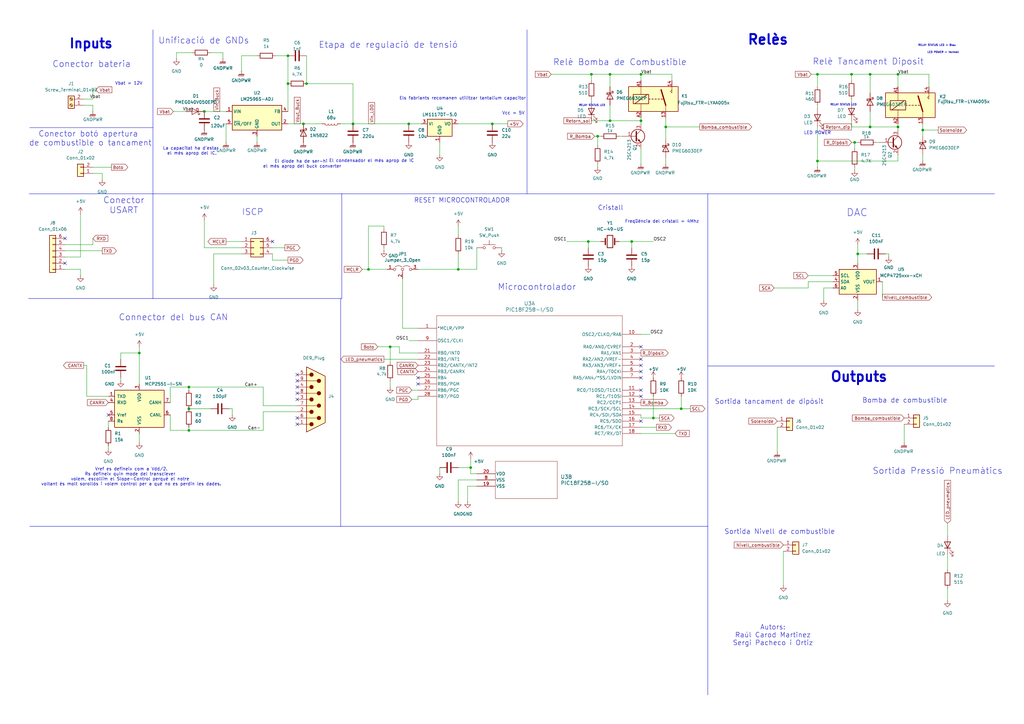
<source format=kicad_sch>
(kicad_sch (version 20231120) (generator "eeschema") (generator_version "8.0")
  (paper "A3")
  (lib_symbols
    (symbol "Analog_DAC:MCP4725xxx-xCH"
      (property "Reference" "U" (at -6.35 6.35 0))
      (property "Value" "MCP4725xxx-xCH" (at 8.89 6.35 0))
      (symbol "MCP4725xxx-xCH_1_1"
        (pin output line (at 10.16 0 180) (length 2.54) (name "VOUT") (number "1"))
        (pin power_in line (at 0 -7.62 90) (length 2.54) (name "VSS") (number "2"))
        (pin power_in line (at 0 7.62 270) (length 2.54) (name "VDD") (number "3"))
        (pin bidirectional line (at -10.16 0 0) (length 2.54) (name "SDA") (number "4"))
        (pin input line (at -10.16 2.54 0) (length 2.54) (name "SCL") (number "5"))
        (pin input line (at -10.16 -2.54 0) (length 2.54) (name "A0") (number "6"))
      )
    )
    (symbol "Connector:DE9_Plug" (pin_names (offset 1.016) hide)
      (property "Reference" "J" (at 0 13.97 0))
      (property "Value" "DE9_Plug" (at 0 -14.605 0))
      (symbol "DE9_Plug_1_1"
        (pin passive line (at -7.62 -10.16 0) (length 3.81) (name "1") (number "1"))
        (pin passive line (at -7.62 -5.08 0) (length 3.81) (name "2") (number "2"))
        (pin passive line (at -7.62 0 0) (length 3.81) (name "3") (number "3"))
        (pin passive line (at -7.62 5.08 0) (length 3.81) (name "4") (number "4"))
        (pin passive line (at -7.62 10.16 0) (length 3.81) (name "5") (number "5"))
        (pin passive line (at -7.62 -7.62 0) (length 3.81) (name "6") (number "6"))
        (pin passive line (at -7.62 -2.54 0) (length 3.81) (name "7") (number "7"))
        (pin passive line (at -7.62 2.54 0) (length 3.81) (name "8") (number "8"))
        (pin passive line (at -7.62 7.62 0) (length 3.81) (name "9") (number "9"))
      )
    )
    (symbol "Connector:Screw_Terminal_01x02" (pin_names (offset 1.016) hide)
      (property "Reference" "J" (at 0 2.54 0))
      (property "Value" "Screw_Terminal_01x02" (at 0 -5.08 0))
      (symbol "Screw_Terminal_01x02_1_1"
        (pin passive line (at -5.08 0 0) (length 3.81) (name "Pin_1") (number "1"))
        (pin passive line (at -5.08 -2.54 0) (length 3.81) (name "Pin_2") (number "2"))
      )
    )
    (symbol "Connector_Generic:Conn_01x02" (pin_names (offset 1.016) hide)
      (property "Reference" "J" (at 0 2.54 0))
      (property "Value" "Conn_01x02" (at 0 -5.08 0))
      (symbol "Conn_01x02_1_1"
        (pin passive line (at -5.08 0 0) (length 3.81) (name "Pin_1") (number "1"))
        (pin passive line (at -5.08 -2.54 0) (length 3.81) (name "Pin_2") (number "2"))
      )
    )
    (symbol "Connector_Generic:Conn_01x06" (pin_names (offset 1.016) hide)
      (property "Reference" "J" (at 0 7.62 0))
      (property "Value" "Conn_01x06" (at 0 -10.16 0))
      (symbol "Conn_01x06_1_1"
        (pin passive line (at -5.08 5.08 0) (length 3.81) (name "Pin_1") (number "1"))
        (pin passive line (at -5.08 2.54 0) (length 3.81) (name "Pin_2") (number "2"))
        (pin passive line (at -5.08 0 0) (length 3.81) (name "Pin_3") (number "3"))
        (pin passive line (at -5.08 -2.54 0) (length 3.81) (name "Pin_4") (number "4"))
        (pin passive line (at -5.08 -5.08 0) (length 3.81) (name "Pin_5") (number "5"))
        (pin passive line (at -5.08 -7.62 0) (length 3.81) (name "Pin_6") (number "6"))
      )
    )
    (symbol "Connector_Generic:Conn_02x03_Counter_Clockwise" (pin_names (offset 1.016) hide)
      (property "Reference" "J" (at 1.27 5.08 0))
      (property "Value" "Conn_02x03_Counter_Clockwise" (at 1.27 -5.08 0))
      (symbol "Conn_02x03_Counter_Clockwise_1_1"
        (pin passive line (at -5.08 2.54 0) (length 3.81) (name "Pin_1") (number "1"))
        (pin passive line (at -5.08 0 0) (length 3.81) (name "Pin_2") (number "2"))
        (pin passive line (at -5.08 -2.54 0) (length 3.81) (name "Pin_3") (number "3"))
        (pin passive line (at 7.62 -2.54 180) (length 3.81) (name "Pin_4") (number "4"))
        (pin passive line (at 7.62 0 180) (length 3.81) (name "Pin_5") (number "5"))
        (pin passive line (at 7.62 2.54 180) (length 3.81) (name "Pin_6") (number "6"))
      )
    )
    (symbol "Device:C" (pin_numbers hide) (pin_names (offset 0.254))
      (property "Reference" "C" (at 0.635 2.54 0))
      (property "Value" "C" (at 0.635 -2.54 0))
      (symbol "C_1_1"
        (pin passive line (at 0 3.81 270) (length 2.794) (name "~") (number "1"))
        (pin passive line (at 0 -3.81 90) (length 2.794) (name "~") (number "2"))
      )
    )
    (symbol "Device:Crystal" (pin_numbers hide) (pin_names (offset 1.016) hide)
      (property "Reference" "Y" (at 0 3.81 0))
      (property "Value" "Crystal" (at 0 -3.81 0))
      (symbol "Crystal_1_1"
        (pin passive line (at -3.81 0 0) (length 1.27) (name "1") (number "1"))
        (pin passive line (at 3.81 0 180) (length 1.27) (name "2") (number "2"))
      )
    )
    (symbol "Device:L" (pin_numbers hide) (pin_names (offset 1.016) hide)
      (property "Reference" "L" (at -1.27 0 90))
      (property "Value" "L" (at 1.905 0 90))
      (symbol "L_1_1"
        (pin passive line (at 0 3.81 270) (length 1.27) (name "1") (number "1"))
        (pin passive line (at 0 -3.81 90) (length 1.27) (name "2") (number "2"))
      )
    )
    (symbol "Device:LED" (pin_numbers hide) (pin_names (offset 1.016) hide)
      (property "Reference" "D" (at 0 2.54 0))
      (property "Value" "LED" (at 0 -2.54 0))
      (symbol "LED_1_1"
        (pin passive line (at -3.81 0 0) (length 2.54) (name "K") (number "1"))
        (pin passive line (at 3.81 0 180) (length 2.54) (name "A") (number "2"))
      )
    )
    (symbol "Device:R" (pin_numbers hide) (pin_names (offset 0))
      (property "Reference" "R" (at 2.032 0 90))
      (property "Value" "R" (at 0 0 90))
      (symbol "R_1_1"
        (pin passive line (at 0 3.81 270) (length 1.27) (name "~") (number "1"))
        (pin passive line (at 0 -3.81 90) (length 1.27) (name "~") (number "2"))
      )
    )
    (symbol "Diode:1N5822" (pin_numbers hide) (pin_names (offset 1.016) hide)
      (property "Reference" "D" (at 0 2.54 0))
      (property "Value" "1N5822" (at 0 -2.54 0))
      (symbol "1N5822_1_1"
        (pin passive line (at -3.81 0 0) (length 2.54) (name "K") (number "1"))
        (pin passive line (at 3.81 0 180) (length 2.54) (name "A") (number "2"))
      )
    )
    (symbol "Diode:PMEG040V050EPD" (pin_numbers hide) (pin_names hide)
      (property "Reference" "D" (at 0 2.54 0))
      (property "Value" "PMEG040V050EPD" (at 0 -2.54 0))
      (symbol "PMEG040V050EPD_1_1"
        (pin passive line (at 3.81 0 180) (length 2.54) (name "A") (number "1"))
        (pin passive line (at 3.81 0 180) (length 2.54) hide (name "A") (number "2"))
        (pin passive line (at -3.81 0 0) (length 2.54) (name "K") (number "3"))
      )
    )
    (symbol "Diode:PMEG6030EP" (pin_numbers hide) (pin_names hide)
      (property "Reference" "D" (at 0 2.54 0))
      (property "Value" "PMEG6030EP" (at 0 -2.54 0))
      (symbol "PMEG6030EP_1_1"
        (pin passive line (at -3.81 0 0) (length 2.54) (name "K") (number "1"))
        (pin passive line (at 3.81 0 180) (length 2.54) (name "A") (number "2"))
      )
    )
    (symbol "Interface_CAN_LIN:MCP2551-I-SN" (pin_names (offset 1.016))
      (property "Reference" "U" (at -10.16 8.89 0))
      (property "Value" "MCP2551-I-SN" (at 2.54 8.89 0))
      (symbol "MCP2551-I-SN_1_1"
        (pin input line (at -12.7 5.08 0) (length 2.54) (name "TXD") (number "1"))
        (pin power_in line (at 0 -10.16 90) (length 2.54) (name "VSS") (number "2"))
        (pin power_in line (at 0 10.16 270) (length 2.54) (name "VDD") (number "3"))
        (pin output line (at -12.7 2.54 0) (length 2.54) (name "RXD") (number "4"))
        (pin power_out line (at -12.7 -2.54 0) (length 2.54) (name "Vref") (number "5"))
        (pin bidirectional line (at 12.7 -2.54 180) (length 2.54) (name "CANL") (number "6"))
        (pin bidirectional line (at 12.7 2.54 180) (length 2.54) (name "CANH") (number "7"))
        (pin input line (at -12.7 -5.08 0) (length 2.54) (name "Rs") (number "8"))
      )
    )
    (symbol "Jumper:Jumper_3_Open" (pin_names (offset 0) hide) (exclude_from_sim yes) (in_bom no)
      (property "Reference" "JP" (at -2.54 -2.54 0))
      (property "Value" "Jumper_3_Open" (at 0 2.794 0))
      (symbol "Jumper_3_Open_1_1"
        (pin passive line (at -6.35 0 0) (length 2.54) (name "A") (number "1"))
        (pin passive line (at 0 -3.81 90) (length 2.54) (name "C") (number "2"))
        (pin passive line (at 6.35 0 180) (length 2.54) (name "B") (number "3"))
      )
    )
    (symbol "PIC18F258-I/SO:PIC18F258-I_SO" (pin_names (offset 0.254))
      (property "Reference" "U" (at 45.72 10.16 0))
      (property "Value" "PIC18F258-I/SO" (at 45.72 7.62 0))
      (symbol "PIC18F258-I_SO_1_1"
        (pin input line (at 0 0 0) (length 7.62) (name "*MCLR/VPP") (number "1"))
        (pin bidirectional line (at 91.44 -2.54 180) (length 7.62) (name "OSC2/CLKO/RA6") (number "10"))
        (pin bidirectional line (at 91.44 -25.4 180) (length 7.62) (name "RC0/T1OSO/T1CK1") (number "11"))
        (pin bidirectional line (at 91.44 -27.94 180) (length 7.62) (name "RC1/T1OSI") (number "12"))
        (pin bidirectional line (at 91.44 -30.48 180) (length 7.62) (name "RC2/CCP1") (number "13"))
        (pin bidirectional line (at 91.44 -33.02 180) (length 7.62) (name "RC3/SCK/SCL") (number "14"))
        (pin bidirectional line (at 91.44 -35.56 180) (length 7.62) (name "RC4/SDI/SDA") (number "15"))
        (pin bidirectional line (at 91.44 -38.1 180) (length 7.62) (name "RC5/SDO") (number "16"))
        (pin bidirectional line (at 91.44 -40.64 180) (length 7.62) (name "RC6/TX/CK") (number "17"))
        (pin bidirectional line (at 91.44 -43.18 180) (length 7.62) (name "RC7/RX/DT") (number "18"))
        (pin bidirectional line (at 91.44 -7.62 180) (length 7.62) (name "RA0/AN0/CVREF") (number "2"))
        (pin bidirectional line (at 0 -10.16 0) (length 7.62) (name "RB0/INT0") (number "21"))
        (pin bidirectional line (at 0 -12.7 0) (length 7.62) (name "RB1/INT1") (number "22"))
        (pin bidirectional line (at 0 -15.24 0) (length 7.62) (name "RB2/CANTX/INT2") (number "23"))
        (pin bidirectional line (at 0 -17.78 0) (length 7.62) (name "RB3/CANRX") (number "24"))
        (pin bidirectional line (at 0 -20.32 0) (length 7.62) (name "RB4") (number "25"))
        (pin bidirectional line (at 0 -22.86 0) (length 7.62) (name "RB5/PGM") (number "26"))
        (pin bidirectional line (at 0 -25.4 0) (length 7.62) (name "RB6/PGC") (number "27"))
        (pin bidirectional line (at 0 -27.94 0) (length 7.62) (name "RB7/PGD") (number "28"))
        (pin bidirectional line (at 91.44 -10.16 180) (length 7.62) (name "RA1/AN1") (number "3"))
        (pin bidirectional line (at 91.44 -12.7 180) (length 7.62) (name "RA2/AN2/VREF-") (number "4"))
        (pin bidirectional line (at 91.44 -15.24 180) (length 7.62) (name "RA3/AN3/VREF+") (number "5"))
        (pin bidirectional line (at 91.44 -17.78 180) (length 7.62) (name "RA4/T0CKI") (number "6"))
        (pin bidirectional line (at 91.44 -20.32 180) (length 7.62) (name "RA5/AN4/*SS/LVDIN") (number "7"))
        (pin input line (at 0 -5.08 0) (length 7.62) (name "OSC1/CLKI") (number "9"))
      )
      (symbol "PIC18F258-I_SO_2_1"
        (pin unspecified line (at 0 -5.08 0) (length 7.62) (name "VSS") (number "19"))
        (pin unspecified line (at 0 0 0) (length 7.62) (name "VDD") (number "20"))
        (pin unspecified line (at 0 -2.54 0) (length 7.62) (name "VSS") (number "8"))
      )
    )
    (symbol "Regulator_Linear:LM1117DT-5.0"
      (property "Reference" "U" (at -3.81 3.175 0))
      (property "Value" "LM1117DT-5.0" (at 0 3.175 0))
      (symbol "LM1117DT-5.0_1_1"
        (pin power_in line (at 0 -7.62 90) (length 2.54) (name "GND") (number "1"))
        (pin power_out line (at 7.62 0 180) (length 2.54) (name "VO") (number "2"))
        (pin power_in line (at -7.62 0 0) (length 2.54) (name "VI") (number "3"))
      )
    )
    (symbol "Regulator_Switching:LM2596S-ADJ"
      (property "Reference" "U" (at -10.16 6.35 0))
      (property "Value" "LM2596S-ADJ" (at 0 6.35 0))
      (symbol "LM2596S-ADJ_1_1"
        (pin power_in line (at -12.7 2.54 0) (length 2.54) (name "VIN") (number "1"))
        (pin output line (at 12.7 -2.54 180) (length 2.54) (name "OUT") (number "2"))
        (pin power_in line (at 0 -7.62 90) (length 2.54) (name "GND") (number "3"))
        (pin input line (at 12.7 2.54 180) (length 2.54) (name "FB") (number "4"))
        (pin input line (at -12.7 -2.54 0) (length 2.54) (name "~{ON}/OFF") (number "5"))
      )
    )
    (symbol "Relay:Fujitsu_FTR-LYAA005x"
      (property "Reference" "K" (at 11.43 3.81 0))
      (property "Value" "Fujitsu_FTR-LYAA005x" (at 11.43 1.27 0))
      (symbol "Fujitsu_FTR-LYAA005x_1_1"
        (pin passive line (at 5.08 -7.62 90) (length 2.54) (name "~") (number "13"))
        (pin passive line (at 7.62 7.62 270) (length 2.54) (name "~") (number "14"))
        (pin passive line (at -5.08 7.62 270) (length 2.54) (name "~") (number "A1"))
        (pin passive line (at -5.08 -7.62 90) (length 2.54) (name "~") (number "A2"))
      )
    )
    (symbol "Switch:SW_Push" (pin_numbers hide) (pin_names (offset 1.016) hide)
      (property "Reference" "SW" (at 1.27 2.54 0))
      (property "Value" "SW_Push" (at 0 -1.524 0))
      (symbol "SW_Push_0_1"
        (pin passive line (at -5.08 0 0) (length 2.54) (name "1") (number "1"))
        (pin passive line (at 5.08 0 180) (length 2.54) (name "2") (number "2"))
      )
    )
    (symbol "Transistor_BJT:2SC4213" (pin_names (offset 0) hide)
      (property "Reference" "Q" (at 5.08 1.905 0))
      (property "Value" "2SC4213" (at 5.08 0 0))
      (symbol "2SC4213_1_1"
        (pin input line (at -5.08 0 0) (length 5.715) (name "B") (number "1"))
        (pin passive line (at 2.54 -5.08 90) (length 2.54) (name "E") (number "2"))
        (pin passive line (at 2.54 5.08 270) (length 2.54) (name "C") (number "3"))
      )
    )
    (symbol "power:+5V" (power) (pin_numbers hide) (pin_names (offset 0) hide)
      (property "Value" "+5V" (at 0 3.556 0))
      (symbol "+5V_1_1"
        (pin power_in line (at 0 0 90) (length 0) (name "~") (number "1"))
      )
    )
    (symbol "power:GND" (power) (pin_numbers hide) (pin_names (offset 0) hide)
      (property "Value" "GND" (at 0 -3.81 0))
      (symbol "GND_1_1"
        (pin power_in line (at 0 0 270) (length 0) (name "~") (number "1"))
      )
    )
    (symbol "power:GNDPWR" (power) (pin_numbers hide) (pin_names (offset 0) hide)
      (property "Value" "GNDPWR" (at 0 -3.302 0))
      (symbol "GNDPWR_1_1"
        (pin power_in line (at 0 0 270) (length 0) (name "~") (number "1"))
      )
    )
    (symbol "power:VCC" (power) (pin_numbers hide) (pin_names (offset 0) hide)
      (property "Value" "VCC" (at 0 3.556 0))
      (symbol "VCC_1_1"
        (pin power_in line (at 0 0 90) (length 0) (name "~") (number "1"))
      )
    )
  )
  (junction (at 193.04 191.77))
  (junction (at 356.87 30.48))
  (junction (at 378.46 53.34))
  (junction (at 77.47 158.75))
  (junction (at 160.02 142.24))
  (junction (at 250.19 49.53))
  (junction (at 118.11 34.29))
  (junction (at 262.89 30.48))
  (junction (at 83.82 45.72))
  (junction (at 77.47 167.64))
  (junction (at 201.93 50.8))
  (junction (at 267.97 171.45))
  (junction (at 262.89 49.53))
  (junction (at 187.96 110.49))
  (junction (at 118.11 22.86))
  (junction (at 167.64 50.8))
  (junction (at 57.15 144.78))
  (junction (at 151.13 110.49))
  (junction (at 144.78 50.8))
  (junction (at 350.52 58.42))
  (junction (at 335.28 30.48))
  (junction (at 335.28 66.04))
  (junction (at 124.46 50.8))
  (junction (at 351.79 104.14))
  (junction (at 273.05 52.07))
  (junction (at 242.57 30.48))
  (junction (at 356.87 52.07))
  (junction (at 250.19 30.48))
  (junction (at 368.3 30.48))
  (junction (at 125.73 34.29))
  (junction (at 368.3 52.07))
  (junction (at 241.3 99.06))
  (junction (at 349.25 30.48))
  (junction (at 77.47 176.53))
  (junction (at 245.11 55.88))
  (junction (at 279.4 167.64))
  (junction (at 259.08 99.06))
  (no_connect (at 262.89 172.72))
  (no_connect (at 26.67 97.79))
  (no_connect (at 262.89 162.56))
  (no_connect (at 121.92 153.67))
  (no_connect (at 262.89 149.86))
  (no_connect (at 121.92 171.45))
  (no_connect (at 121.92 158.75))
  (no_connect (at 121.92 161.29))
  (no_connect (at 171.45 157.48))
  (no_connect (at 171.45 154.94))
  (no_connect (at 26.67 107.95))
  (no_connect (at 121.92 163.83))
  (no_connect (at 121.92 156.21))
  (no_connect (at 262.89 152.4))
  (no_connect (at 262.89 154.94))
  (no_connect (at 262.89 142.24))
  (no_connect (at 121.92 173.99))
  (no_connect (at 262.89 147.32))
  (no_connect (at 111.76 99.06))
  (no_connect (at 262.89 160.02))
  (no_connect (at 44.45 170.18))
  (wire (pts (xy 77.47 175.26) (xy 77.47 176.53)))
  (wire (pts (xy 144.78 50.8) (xy 167.64 50.8)))
  (wire (pts (xy 83.82 90.17) (xy 83.82 101.6)))
  (wire (pts (xy 318.77 175.26) (xy 318.77 185.42)))
  (wire (pts (xy 151.13 92.71) (xy 151.13 110.49)))
  (wire (pts (xy 349.25 58.42) (xy 350.52 58.42)))
  (wire (pts (xy 105.41 55.88) (xy 105.41 58.42)))
  (wire (pts (xy 160.02 142.24) (xy 163.83 142.24)))
  (wire (pts (xy 275.59 33.02) (xy 275.59 30.48)))
  (wire (pts (xy 349.25 33.02) (xy 349.25 30.48)))
  (wire (pts (xy 205.74 101.6) (xy 205.74 102.87)))
  (wire (pts (xy 335.28 30.48) (xy 335.28 35.56)))
  (wire (pts (xy 332.74 30.48) (xy 335.28 30.48)))
  (wire (pts (xy 38.1 68.58) (xy 45.72 68.58)))
  (wire (pts (xy 370.84 173.99) (xy 370.84 181.61)))
  (wire (pts (xy 107.95 166.37) (xy 121.92 166.37)))
  (wire (pts (xy 99.06 22.86) (xy 105.41 22.86)))
  (wire (pts (xy 154.94 142.24) (xy 160.02 142.24)))
  (wire (pts (xy 262.89 49.53) (xy 262.89 50.8)))
  (wire (pts (xy 187.96 196.85) (xy 187.96 205.74)))
  (wire (pts (xy 69.85 176.53) (xy 69.85 170.18)))
  (wire (pts (xy 250.19 43.18) (xy 250.19 49.53)))
  (wire (pts (xy 363.22 104.14) (xy 364.49 104.14)))
  (wire (pts (xy 87.63 104.14) (xy 87.63 116.84)))
  (wire (pts (xy 368.3 50.8) (xy 368.3 52.07)))
  (wire (pts (xy 113.03 22.86) (xy 118.11 22.86)))
  (wire (pts (xy 201.93 50.8) (xy 208.28 50.8)))
  (wire (pts (xy 193.04 187.96) (xy 193.04 191.77)))
  (wire (pts (xy 118.11 34.29) (xy 118.11 45.72)))
  (wire (pts (xy 107.95 168.91) (xy 107.95 176.53)))
  (wire (pts (xy 111.76 101.6) (xy 116.84 101.6)))
  (wire (pts (xy 57.15 144.78) (xy 57.15 157.48)))
  (wire (pts (xy 242.57 40.64) (xy 242.57 41.91)))
  (wire (pts (xy 193.04 191.77) (xy 193.04 194.31)))
  (wire (pts (xy 148.59 110.49) (xy 151.13 110.49)))
  (wire (pts (xy 279.4 167.64) (xy 283.21 167.64)))
  (wire (pts (xy 83.82 45.72) (xy 92.71 45.72)))
  (wire (pts (xy 92.71 50.8) (xy 92.71 58.42)))
  (wire (pts (xy 350.52 58.42) (xy 351.79 58.42)))
  (wire (pts (xy 273.05 52.07) (xy 287.02 52.07)))
  (wire (pts (xy 245.11 55.88) (xy 246.38 55.88)))
  (wire (pts (xy 171.45 162.56) (xy 171.45 163.83)))
  (wire (pts (xy 266.7 137.16) (xy 262.89 137.16)))
  (wire (pts (xy 250.19 49.53) (xy 262.89 49.53)))
  (wire (pts (xy 254 55.88) (xy 255.27 55.88)))
  (wire (pts (xy 107.95 168.91) (xy 121.92 168.91)))
  (wire (pts (xy 250.19 30.48) (xy 250.19 35.56)))
  (polyline (pts (xy 63.754 79.502) (xy 216.154 79.502)))
  (wire (pts (xy 262.89 60.96) (xy 262.89 67.31)))
  (wire (pts (xy 33.02 87.63) (xy 33.02 105.41)))
  (wire (pts (xy 242.57 49.53) (xy 250.19 49.53)))
  (wire (pts (xy 38.1 71.12) (xy 41.91 71.12)))
  (wire (pts (xy 99.06 104.14) (xy 87.63 104.14)))
  (wire (pts (xy 38.1 36.83) (xy 38.1 40.64)))
  (wire (pts (xy 160.02 142.24) (xy 160.02 148.59)))
  (wire (pts (xy 38.1 45.72) (xy 38.1 43.18)))
  (wire (pts (xy 356.87 30.48) (xy 368.3 30.48)))
  (wire (pts (xy 163.83 144.78) (xy 163.83 142.24)))
  (wire (pts (xy 349.25 49.53) (xy 349.25 52.07)))
  (wire (pts (xy 144.78 34.29) (xy 144.78 50.8)))
  (wire (pts (xy 349.25 40.64) (xy 349.25 41.91)))
  (polyline (pts (xy 290.322 79.502) (xy 407.924 79.502)))
  (wire (pts (xy 262.89 171.45) (xy 267.97 171.45)))
  (wire (pts (xy 35.56 149.86) (xy 35.56 162.56)))
  (wire (pts (xy 118.11 50.8) (xy 124.46 50.8)))
  (wire (pts (xy 273.05 67.31) (xy 273.05 64.77)))
  (wire (pts (xy 361.95 115.57) (xy 361.95 121.92)))
  (wire (pts (xy 26.67 105.41) (xy 33.02 105.41)))
  (wire (pts (xy 71.12 45.72) (xy 76.2 45.72)))
  (wire (pts (xy 259.08 99.06) (xy 259.08 101.6)))
  (wire (pts (xy 171.45 144.78) (xy 163.83 144.78)))
  (wire (pts (xy 335.28 30.48) (xy 349.25 30.48)))
  (wire (pts (xy 39.37 36.83) (xy 38.1 36.83)))
  (wire (pts (xy 368.3 66.04) (xy 368.3 63.5)))
  (wire (pts (xy 356.87 38.1) (xy 356.87 30.48)))
  (wire (pts (xy 160.02 156.21) (xy 160.02 158.75)))
  (wire (pts (xy 359.41 58.42) (xy 360.68 58.42)))
  (wire (pts (xy 72.39 21.59) (xy 72.39 24.13)))
  (wire (pts (xy 95.25 167.64) (xy 93.98 167.64)))
  (wire (pts (xy 57.15 142.24) (xy 57.15 144.78)))
  (wire (pts (xy 356.87 45.72) (xy 356.87 52.07)))
  (polyline (pts (xy 290.322 79.502) (xy 290.322 215.9)))
  (wire (pts (xy 269.24 175.26) (xy 262.89 175.26)))
  (wire (pts (xy 165.1 114.3) (xy 165.1 134.62)))
  (wire (pts (xy 107.95 166.37) (xy 107.95 158.75)))
  (polyline (pts (xy 62.738 52.324) (xy 12.192 52.324)))
  (wire (pts (xy 350.52 68.58) (xy 350.52 69.85)))
  (wire (pts (xy 381 30.48) (xy 368.3 30.48)))
  (wire (pts (xy 44.45 182.88) (xy 44.45 184.15)))
  (wire (pts (xy 351.79 104.14) (xy 351.79 107.95)))
  (wire (pts (xy 69.85 158.75) (xy 77.47 158.75)))
  (polyline (pts (xy 140.208 122.428) (xy 140.208 79.502)))
  (wire (pts (xy 151.13 110.49) (xy 158.75 110.49)))
  (wire (pts (xy 262.89 33.02) (xy 262.89 30.48)))
  (wire (pts (xy 388.62 227.33) (xy 388.62 233.68)))
  (wire (pts (xy 180.34 58.42) (xy 180.34 63.5)))
  (wire (pts (xy 111.76 104.14) (xy 111.76 106.68)))
  (polyline (pts (xy 290.322 150.114) (xy 407.924 150.114)))
  (wire (pts (xy 187.96 104.14) (xy 187.96 110.49)))
  (wire (pts (xy 187.96 92.71) (xy 187.96 96.52)))
  (wire (pts (xy 368.3 52.07) (xy 368.3 53.34)))
  (wire (pts (xy 317.5 118.11) (xy 331.47 118.11)))
  (wire (pts (xy 187.96 50.8) (xy 201.93 50.8)))
  (wire (pts (xy 195.58 199.39) (xy 191.77 199.39)))
  (wire (pts (xy 26.67 100.33) (xy 38.1 100.33)))
  (wire (pts (xy 69.85 176.53) (xy 77.47 176.53)))
  (polyline (pts (xy 62.738 122.428) (xy 140.208 122.428)))
  (polyline (pts (xy 139.7 122.428) (xy 139.7 215.9)))
  (polyline (pts (xy 12.192 215.9) (xy 139.7 215.9)))
  (wire (pts (xy 226.06 30.48) (xy 242.57 30.48)))
  (wire (pts (xy 381 35.56) (xy 381 30.48)))
  (wire (pts (xy 77.47 160.02) (xy 77.47 158.75)))
  (wire (pts (xy 262.89 170.18) (xy 262.89 171.45)))
  (wire (pts (xy 69.85 158.75) (xy 69.85 165.1)))
  (wire (pts (xy 125.73 22.86) (xy 125.73 34.29)))
  (wire (pts (xy 335.28 52.07) (xy 335.28 66.04)))
  (wire (pts (xy 279.4 162.56) (xy 279.4 167.64)))
  (wire (pts (xy 267.97 171.45) (xy 270.51 171.45)))
  (wire (pts (xy 335.28 43.18) (xy 335.28 44.45)))
  (wire (pts (xy 171.45 110.49) (xy 187.96 110.49)))
  (wire (pts (xy 331.47 118.11) (xy 331.47 115.57)))
  (polyline (pts (xy 62.738 12.192) (xy 62.738 122.428)))
  (wire (pts (xy 49.53 144.78) (xy 49.53 147.32)))
  (wire (pts (xy 78.74 21.59) (xy 72.39 21.59)))
  (wire (pts (xy 57.15 177.8) (xy 57.15 181.61)))
  (wire (pts (xy 41.91 71.12) (xy 41.91 73.66)))
  (wire (pts (xy 83.82 101.6) (xy 99.06 101.6)))
  (wire (pts (xy 250.19 30.48) (xy 262.89 30.48)))
  (wire (pts (xy 92.71 99.06) (xy 99.06 99.06)))
  (wire (pts (xy 195.58 196.85) (xy 187.96 196.85)))
  (wire (pts (xy 384.81 53.34) (xy 378.46 53.34)))
  (wire (pts (xy 232.41 99.06) (xy 241.3 99.06)))
  (polyline (pts (xy 290.322 215.9) (xy 139.7 215.9)))
  (wire (pts (xy 33.02 110.49) (xy 33.02 113.03)))
  (wire (pts (xy 364.49 104.14) (xy 364.49 105.41)))
  (wire (pts (xy 125.73 34.29) (xy 144.78 34.29)))
  (wire (pts (xy 77.47 176.53) (xy 107.95 176.53)))
  (wire (pts (xy 139.7 50.8) (xy 144.78 50.8)))
  (wire (pts (xy 91.44 21.59) (xy 91.44 24.13)))
  (wire (pts (xy 388.62 214.63) (xy 388.62 219.71)))
  (wire (pts (xy 77.47 167.64) (xy 86.36 167.64)))
  (wire (pts (xy 191.77 199.39) (xy 191.77 205.74)))
  (wire (pts (xy 242.57 30.48) (xy 250.19 30.48)))
  (wire (pts (xy 157.48 93.98) (xy 157.48 92.71)))
  (wire (pts (xy 168.91 160.02) (xy 171.45 160.02)))
  (polyline (pts (xy 11.938 79.502) (xy 63.754 79.502)))
  (wire (pts (xy 86.36 21.59) (xy 91.44 21.59)))
  (wire (pts (xy 118.11 22.86) (xy 118.11 34.29)))
  (wire (pts (xy 349.25 52.07) (xy 356.87 52.07)))
  (wire (pts (xy 378.46 53.34) (xy 378.46 55.88)))
  (wire (pts (xy 388.62 241.3) (xy 388.62 246.38)))
  (wire (pts (xy 262.89 177.8) (xy 276.86 177.8)))
  (wire (pts (xy 44.45 175.26) (xy 44.45 172.72)))
  (wire (pts (xy 195.58 101.6) (xy 195.58 110.49)))
  (polyline (pts (xy 140.208 79.502) (xy 139.954 79.502)))
  (wire (pts (xy 273.05 52.07) (xy 273.05 57.15)))
  (wire (pts (xy 165.1 134.62) (xy 171.45 134.62)))
  (wire (pts (xy 331.47 115.57) (xy 341.63 115.57)))
  (wire (pts (xy 351.79 100.33) (xy 351.79 104.14)))
  (wire (pts (xy 187.96 110.49) (xy 195.58 110.49)))
  (wire (pts (xy 245.11 67.31) (xy 245.11 68.58)))
  (wire (pts (xy 157.48 92.71) (xy 151.13 92.71)))
  (polyline (pts (xy 290.322 215.9) (xy 290.322 284.988)))
  (wire (pts (xy 378.46 63.5) (xy 378.46 66.04)))
  (polyline (pts (xy 216.154 79.502) (xy 290.322 79.502)))
  (wire (pts (xy 262.89 48.26) (xy 262.89 49.53)))
  (wire (pts (xy 321.31 226.06) (xy 321.31 240.03)))
  (wire (pts (xy 349.25 30.48) (xy 356.87 30.48)))
  (wire (pts (xy 38.1 97.79) (xy 38.1 100.33)))
  (wire (pts (xy 95.25 167.64) (xy 95.25 170.18)))
  (wire (pts (xy 195.58 194.31) (xy 193.04 194.31)))
  (wire (pts (xy 335.28 66.04) (xy 335.28 68.58)))
  (wire (pts (xy 243.84 55.88) (xy 245.11 55.88)))
  (wire (pts (xy 275.59 30.48) (xy 262.89 30.48)))
  (wire (pts (xy 378.46 50.8) (xy 378.46 53.34)))
  (wire (pts (xy 356.87 52.07) (xy 368.3 52.07)))
  (wire (pts (xy 111.76 106.68) (xy 118.11 106.68)))
  (wire (pts (xy 99.06 22.86) (xy 99.06 29.21)))
  (wire (pts (xy 351.79 127) (xy 351.79 123.19)))
  (wire (pts (xy 26.67 102.87) (xy 41.91 102.87)))
  (wire (pts (xy 335.28 66.04) (xy 368.3 66.04)))
  (polyline (pts (xy 11.684 122.428) (xy 62.738 122.428)))
  (wire (pts (xy 368.3 35.56) (xy 368.3 30.48)))
  (wire (pts (xy 351.79 104.14) (xy 355.6 104.14)))
  (wire (pts (xy 168.91 163.83) (xy 171.45 163.83)))
  (wire (pts (xy 337.82 118.11) (xy 337.82 123.19)))
  (wire (pts (xy 180.34 191.77) (xy 180.34 194.31)))
  (wire (pts (xy 157.48 147.32) (xy 171.45 147.32)))
  (wire (pts (xy 245.11 55.88) (xy 245.11 59.69)))
  (wire (pts (xy 35.56 162.56) (xy 44.45 162.56)))
  (wire (pts (xy 331.47 113.03) (xy 341.63 113.03)))
  (wire (pts (xy 77.47 158.75) (xy 107.95 158.75)))
  (wire (pts (xy 350.52 58.42) (xy 350.52 60.96)))
  (wire (pts (xy 38.1 43.18) (xy 34.29 43.18)))
  (wire (pts (xy 254 99.06) (xy 259.08 99.06)))
  (wire (pts (xy 157.48 101.6) (xy 157.48 102.87)))
  (wire (pts (xy 267.97 162.56) (xy 267.97 171.45)))
  (wire (pts (xy 49.53 144.78) (xy 57.15 144.78)))
  (wire (pts (xy 34.29 149.86) (xy 35.56 149.86)))
  (wire (pts (xy 124.46 50.8) (xy 132.08 50.8)))
  (wire (pts (xy 259.08 99.06) (xy 267.97 99.06)))
  (wire (pts (xy 262.89 167.64) (xy 279.4 167.64)))
  (wire (pts (xy 49.53 154.94) (xy 49.53 156.21)))
  (wire (pts (xy 171.45 139.7) (xy 167.64 139.7)))
  (wire (pts (xy 341.63 118.11) (xy 337.82 118.11)))
  (wire (pts (xy 241.3 101.6) (xy 241.3 99.06)))
  (polyline (pts (xy 216.154 12.192) (xy 216.154 79.502)))
  (wire (pts (xy 241.3 99.06) (xy 246.38 99.06)))
  (wire (pts (xy 242.57 33.02) (xy 242.57 30.48)))
  (wire (pts (xy 38.1 40.64) (xy 34.29 40.64)))
  (wire (pts (xy 167.64 50.8) (xy 172.72 50.8)))
  (wire (pts (xy 187.96 191.77) (xy 193.04 191.77)))
  (wire (pts (xy 26.67 110.49) (xy 33.02 110.49)))
  (wire (pts (xy 273.05 48.26) (xy 273.05 52.07)))
  (text "DAC" (at 351.536 87.376 0) (effects (font (size 3 3))))
  (text "Relè Bomba de Combustible\n" (at 254.254 25.654 0) (effects (font (size 2.54 2.54))))
  (text "Cristall" (at 250.444 85.344 0) (effects (font (size 1.905 1.905))))
  (text "LED POWER = Vermell\n" (at 386.842 21.59 0) (effects (font (size 0.762 0.762))))
  (text "RESET MICROCONTROLADOR\n" (at 189.484 82.296 0) (effects (font (size 1.905 1.905))))
  (text "El díode ha de ser-hi \nel més aprop del buck converter" (at 123.952 67.31 0) (effects (font (size 1.27 1.27))))
  (text "Etapa de regulació de tensió\n" (at 159.258 18.542 0) (effects (font (size 2.56 2.56))))
  (text "RELAY STATUS LED = Blau\n\n" (at 384.302 19.304 0) (effects (font (size 0.762 0.762))))
  (text "Outputs" (at 352.298 154.686 0) (effects (font (size 4 4) (thickness 0.8) (bold yes))))
  (text "Conector\nUSART" (at 50.8 84.328 0) (effects (font (size 2.54 2.54))))
  (text "El condensador el més aprop de IC" (at 152.4 66.04 0) (effects (font (size 1.27 1.27))))
  (text "RELAY STATUS LED\n\n" (at 242.824 43.942 0) (effects (font (size 0.762 0.762))))
  (text "Vref es defineix com a Vdd/2.\nRs defineix quin mode del transciever \nvolem, escollim el Slope-Control perquè el notre \nvoltant és molt sorollòs i volem control per a què no es perdin les dades.\n" (at 53.848 195.58 0) (effects (font (size 1.27 1.27))))
  (text "Vbat = 12V" (at 52.832 34.29 0) (effects (font (size 1.27 1.27))))
  (text "Sortida tancament de dipòsit\n" (at 315.468 164.846 0) (effects (font (size 2 2))))
  (text "Vcc = 5V\n" (at 210.566 46.482 0) (effects (font (size 1.27 1.27))))
  (text "Bomba de combustible\n" (at 371.094 164.338 0) (effects (font (size 2 2))))
  (text "RELAY STATUS LED\n\n" (at 345.948 43.688 0) (effects (font (size 0.762 0.762))))
  (text "Unificació de GNDs\n" (at 83.566 16.764 0) (effects (font (size 2.54 2.54))))
  (text "Freqüència del cristall = 4Mhz" (at 271.526 90.932 0) (effects (font (size 1.27 1.27))))
  (text "Inputs" (at 37.338 18.034 0) (effects (font (size 3.81 3.81) (thickness 0.762) (bold yes))))
  (text "Relès\n\n\n" (at 314.96 22.86 0) (effects (font (size 4 4) (thickness 0.8) (bold yes))))
  (text "Sortida Pressió Pneumàtics" (at 384.556 193.294 0) (effects (font (size 2.54 2.54))))
  (text "Sortida Nivell de combustible\n" (at 319.786 218.186 0) (effects (font (size 2 2))))
  (text "Microcontrolador" (at 220.218 117.856 0) (effects (font (size 2.54 2.54))))
  (text "Els fabriants recomanen utilitzar tantalium capacitor" (at 189.738 40.386 0) (effects (font (size 1.27 1.27))))
  (text "LED POWER\n" (at 335.28 54.61 0) (effects (font (size 1.27 1.27))))
  (text "La capacitat ha d'estar \nel més aprop del IC." (at 78.74 61.976 0) (effects (font (size 1.27 1.27))))
  (text "Autors:\nRaúl Carod Martinez\nSergi Pacheco i Ortiz\n" (at 316.992 260.604 0) (effects (font (size 2 2))))
  (text "Conector botó apertura \nde combustible o tancament" (at 37.084 56.896 0) (effects (font (size 2.3 2.3))))
  (text "Conector bateria" (at 37.592 26.416 0) (effects (font (size 2.54 2.54))))
  (text "Relè Tancament Diposit\n" (at 356.108 25.4 0) (effects (font (size 2.54 2.54))))
  (text "Connector del bus CAN" (at 71.12 130.302 0) (effects (font (size 2.54 2.54))))
  (text "ISCP" (at 103.632 87.122 0) (effects (font (size 2.54 2.54))))
  (label "Vbat" (at 368.3 30.48 0))
  (label "OSC2" (at 267.97 99.06 0))
  (label "Vbat" (at 262.89 30.48 0))
  (label "OSC1" (at 232.41 99.06 180))
  (label "Vbat" (at 74.93 45.72 0))
  (label "OSC2" (at 266.7 137.16 0))
  (label "Vbat" (at 36.83 40.64 0))
  (label "Can+" (at 100.33 158.75 0))
  (label "OSC1" (at 167.64 139.7 180))
  (label "Can-" (at 101.6 176.53 0))
  (global_label "SCA" (shape input) (at 317.5 118.11 180) (property "Intersheetrefs" "${INTERSHEET_REFS}" (effects (hide yes))))
  (global_label "TXD" (shape input) (at 276.86 177.8 0) (property "Intersheetrefs" "${INTERSHEET_REFS}" (effects (hide yes))))
  (global_label "Retorn_dip" (shape passive) (at 349.25 52.07 180) (property "Intersheetrefs" "${INTERSHEET_REFS}" (effects (hide yes))))
  (global_label "Vin_Buck" (shape passive) (at 88.9 45.72 90) (property "Intersheetrefs" "${INTERSHEET_REFS}" (effects (hide yes))))
  (global_label "SCA" (shape output) (at 270.51 171.45 0) (property "Intersheetrefs" "${INTERSHEET_REFS}" (effects (hide yes))))
  (global_label "Vbat" (shape input) (at 71.12 45.72 180) (property "Intersheetrefs" "${INTERSHEET_REFS}" (effects (hide yes))))
  (global_label "CANTX" (shape input) (at 171.45 152.4 180) (property "Intersheetrefs" "${INTERSHEET_REFS}" (effects (hide yes))))
  (global_label "Vin_LDO" (shape passive) (at 152.4 50.8 90) (property "Intersheetrefs" "${INTERSHEET_REFS}" (effects (hide yes))))
  (global_label "Bomba_combustible" (shape input) (at 370.84 171.45 180) (property "Intersheetrefs" "${INTERSHEET_REFS}" (effects (hide yes))))
  (global_label "Vbat" (shape input) (at 226.06 30.48 180) (property "Intersheetrefs" "${INTERSHEET_REFS}" (effects (hide yes))))
  (global_label "Boto" (shape output) (at 45.72 68.58 0) (property "Intersheetrefs" "${INTERSHEET_REFS}" (effects (hide yes))))
  (global_label "Retorn_sol" (shape passive) (at 242.57 49.53 180) (property "Intersheetrefs" "${INTERSHEET_REFS}" (effects (hide yes))))
  (global_label "R_Dipòsit" (shape output) (at 262.89 144.78 0) (property "Intersheetrefs" "${INTERSHEET_REFS}" (effects (hide yes))))
  (global_label "Vout_Buck" (shape passive) (at 121.92 50.8 90) (property "Intersheetrefs" "${INTERSHEET_REFS}" (effects (hide yes))))
  (global_label "Solenoide" (shape output) (at 384.81 53.34 0) (property "Intersheetrefs" "${INTERSHEET_REFS}" (effects (hide yes))))
  (global_label "SCL" (shape input) (at 331.47 113.03 180) (property "Intersheetrefs" "${INTERSHEET_REFS}" (effects (hide yes))))
  (global_label "RXD" (shape output) (at 269.24 175.26 0) (property "Intersheetrefs" "${INTERSHEET_REFS}" (effects (hide yes))))
  (global_label "Nivell_combustible" (shape input) (at 321.31 223.52 180) (property "Intersheetrefs" "${INTERSHEET_REFS}" (effects (hide yes))))
  (global_label "PGC" (shape input) (at 168.91 160.02 180) (property "Intersheetrefs" "${INTERSHEET_REFS}" (effects (hide yes))))
  (global_label "Vbat" (shape input) (at 332.74 30.48 180) (property "Intersheetrefs" "${INTERSHEET_REFS}" (effects (hide yes))))
  (global_label "MCLR" (shape input) (at 148.59 110.49 180) (property "Intersheetrefs" "${INTERSHEET_REFS}" (effects (hide yes))))
  (global_label "CANTX" (shape output) (at 34.29 149.86 180) (property "Intersheetrefs" "${INTERSHEET_REFS}" (effects (hide yes))))
  (global_label "LED_pneumatics" (shape output) (at 157.48 147.32 180) (property "Intersheetrefs" "${INTERSHEET_REFS}" (effects (hide yes))))
  (global_label "Boto" (shape input) (at 154.94 142.24 180) (property "Intersheetrefs" "${INTERSHEET_REFS}" (effects (hide yes))))
  (global_label "Solenoide" (shape input) (at 318.77 172.72 180) (property "Intersheetrefs" "${INTERSHEET_REFS}" (effects (hide yes))))
  (global_label "+5V" (shape output) (at 208.28 50.8 0) (property "Intersheetrefs" "${INTERSHEET_REFS}" (effects (hide yes))))
  (global_label "Bomba_combustible" (shape output) (at 287.02 52.07 0) (property "Intersheetrefs" "${INTERSHEET_REFS}" (effects (hide yes))))
  (global_label "R_Dipòsit" (shape input) (at 349.25 58.42 180) (property "Intersheetrefs" "${INTERSHEET_REFS}" (effects (hide yes))))
  (global_label "CANRX" (shape input) (at 171.45 149.86 180) (property "Intersheetrefs" "${INTERSHEET_REFS}" (effects (hide yes))))
  (global_label "TXD" (shape output) (at 41.91 102.87 0) (property "Intersheetrefs" "${INTERSHEET_REFS}" (effects (hide yes))))
  (global_label "RXD" (shape input) (at 38.1 97.79 0) (property "Intersheetrefs" "${INTERSHEET_REFS}" (effects (hide yes))))
  (global_label "LED_pneumatics" (shape input) (at 388.62 214.63 90) (property "Intersheetrefs" "${INTERSHEET_REFS}" (effects (hide yes))))
  (global_label "MCLR" (shape output) (at 92.71 99.06 180) (property "Intersheetrefs" "${INTERSHEET_REFS}" (effects (hide yes))))
  (global_label "PGD" (shape input) (at 168.91 163.83 180) (property "Intersheetrefs" "${INTERSHEET_REFS}" (effects (hide yes))))
  (global_label "R_Bomba" (shape input) (at 243.84 55.88 180) (property "Intersheetrefs" "${INTERSHEET_REFS}" (effects (hide yes))))
  (global_label "Nivell_combustible" (shape output) (at 361.95 121.92 0) (property "Intersheetrefs" "${INTERSHEET_REFS}" (effects (hide yes))))
  (global_label "R_Bomba" (shape output) (at 262.89 165.1 0) (property "Intersheetrefs" "${INTERSHEET_REFS}" (effects (hide yes))))
  (global_label "CANRX" (shape input) (at 44.45 165.1 180) (property "Intersheetrefs" "${INTERSHEET_REFS}" (effects (hide yes))))
  (global_label "PGD" (shape output) (at 118.11 106.68 0) (property "Intersheetrefs" "${INTERSHEET_REFS}" (effects (hide yes))))
  (global_label "SCL" (shape output) (at 283.21 167.64 0) (property "Intersheetrefs" "${INTERSHEET_REFS}" (effects (hide yes))))
  (global_label "PGC" (shape output) (at 116.84 101.6 0) (property "Intersheetrefs" "${INTERSHEET_REFS}" (effects (hide yes))))
  (global_label "Vbat" (shape input) (at 39.37 36.83 0) (property "Intersheetrefs" "${INTERSHEET_REFS}" (effects (hide yes))))
  (symbol (lib_id "Diode:1N5822") (at 124.46 54.61 270) (unit 1)
    (property "Reference" "D2" (at 127 53.0224 90) (effects (justify left)))
    (property "Value" "1N5822" (at 127 55.5624 90) (effects (justify left)))
    (property "Footprint" "Diode_THT:D_DO-201AD_P15.24mm_Horizontal" (effects (hide yes)))
    (property "Datasheet" "http://www.vishay.com/docs/88526/1n5820.pdf" (effects (hide yes)))
    (property "Description" "40V 3A Schottky Barrier Rectifier Diode, DO-201AD" (effects (hide yes)))
  )
  (symbol (lib_id "Switch:SW_Push") (at 200.66 101.6 0) (unit 1)
    (property "Reference" "SW1" (at 200.66 93.98 0))
    (property "Value" "SW_Push" (at 200.66 96.52 0))
    (property "Footprint" "Button_Switch_SMD:SW_Push_SPST_NO_Alps_SKRK" (effects (hide yes)))
    (property "Description" "Push button switch, generic, two pins" (effects (hide yes)))
  )
  (symbol (lib_id "power:VCC") (at 187.96 92.71 0) (unit 1)
    (property "Reference" "#PWR40" (effects (hide yes)))
    (property "Value" "+5V" (at 187.96 87.63 0))
    (property "Description" "Power symbol creates a global label with name \"VCC\"" (effects (hide yes)))
  )
  (symbol (lib_id "Device:R") (at 349.25 36.83 0) (unit 1)
    (property "Reference" "R16" (at 343.916 35.56 0) (effects (justify left)))
    (property "Value" "510" (at 343.916 38.1 0) (effects (justify left)))
    (property "Footprint" "Resistor_SMD:R_1206_3216Metric" (effects (hide yes)))
    (property "Description" "Resistor" (effects (hide yes)))
  )
  (symbol (lib_id "power:+5V") (at 33.02 87.63 0) (unit 1)
    (property "Reference" "#PWR47" (effects (hide yes)))
    (property "Value" "+5V" (at 33.02 82.55 0))
    (property "Description" "Power symbol creates a global label with name \"+5V\"" (effects (hide yes)))
  )
  (symbol (lib_id "power:GND") (at 95.25 170.18 0) (unit 1)
    (property "Reference" "#PWR13" (effects (hide yes)))
    (property "Value" "GND" (at 95.25 175.26 0))
    (property "Description" "Power symbol creates a global label with name \"GND\" , ground" (effects (hide yes)))
  )
  (symbol (lib_id "power:VCC") (at 193.04 187.96 0) (unit 1)
    (property "Reference" "#PWR25" (effects (hide yes)))
    (property "Value" "+5V" (at 196.342 189.23 0))
    (property "Description" "Power symbol creates a global label with name \"VCC\"" (effects (hide yes)))
  )
  (symbol (lib_id "Diode:PMEG6030EP") (at 378.46 59.69 270) (unit 1)
    (property "Reference" "D9" (at 381 58.1024 90) (effects (justify left)))
    (property "Value" "PMEG6030EP" (at 381 60.6424 90) (effects (justify left)))
    (property "Footprint" "Diode_SMD:D_SOD-128" (effects (hide yes)))
    (property "Datasheet" "https://assets.nexperia.com/documents/data-sheet/PMEG6030EP.pdf" (effects (hide yes)))
    (property "Description" "60V, 3A low Vf MEGA Schottky barrier rectifier, SOD-128" (effects (hide yes)))
  )
  (symbol (lib_id "Device:C") (at 241.3 105.41 0) (unit 1)
    (property "Reference" "C3" (at 245.11 104.1399 0) (effects (justify left)))
    (property "Value" "15p" (at 245.11 106.6799 0) (effects (justify left)))
    (property "Footprint" "Capacitor_SMD:C_0805_2012Metric" (effects (hide yes)))
    (property "Description" "Unpolarized capacitor" (effects (hide yes)))
  )
  (symbol (lib_id "Device:L") (at 135.89 50.8 270) (unit 1)
    (property "Reference" "L1" (at 135.89 45.72 90))
    (property "Value" "68u" (at 135.89 48.26 90))
    (property "Footprint" "Inductor_SMD:L_1206_3216Metric" (effects (hide yes)))
    (property "Description" "Inductor" (effects (hide yes)))
  )
  (symbol (lib_id "Device:C") (at 359.41 104.14 90) (unit 1)
    (property "Reference" "C11" (at 359.41 96.52 90))
    (property "Value" "100nF" (at 359.41 99.06 90))
    (property "Footprint" "Capacitor_SMD:C_1206_3216Metric" (effects (hide yes)))
    (property "Description" "Unpolarized capacitor" (effects (hide yes)))
  )
  (symbol (lib_id "power:GND") (at 321.31 240.03 0) (unit 1)
    (property "Reference" "#PWR45" (effects (hide yes)))
    (property "Value" "GND" (at 321.31 245.11 0))
    (property "Description" "Power symbol creates a global label with name \"GND\" , ground" (effects (hide yes)))
  )
  (symbol (lib_id "power:GND") (at 72.39 24.13 0) (unit 1)
    (property "Reference" "#PWR8" (effects (hide yes)))
    (property "Value" "GND" (at 72.39 29.21 0))
    (property "Description" "Power symbol creates a global label with name \"GND\" , ground" (effects (hide yes)))
  )
  (symbol (lib_id "Interface_CAN_LIN:MCP2551-I-SN") (at 57.15 167.64 0) (unit 1)
    (property "Reference" "U1" (at 59.3441 154.94 0) (effects (justify left)))
    (property "Value" "MCP2551-I-SN" (at 59.3441 157.48 0) (effects (justify left)))
    (property "Footprint" "Package_SO:SOIC-8_3.9x4.9mm_P1.27mm" (effects (hide yes)))
    (property "Datasheet" "http://ww1.microchip.com/downloads/en/devicedoc/21667d.pdf" (effects (hide yes)))
    (property "Description" "High-Speed CAN Transceiver, 1Mbps, 5V supply, SOIC-8" (effects (hide yes)))
  )
  (symbol (lib_id "power:GNDPWR") (at 273.05 67.31 0) (unit 1)
    (property "Reference" "#PWR38" (effects (hide yes)))
    (property "Value" "GNDPWR" (at 272.796 70.866 0))
    (property "Description" "Power symbol creates a global label with name \"GNDPWR\" , global ground" (effects (hide yes)))
  )
  (symbol (lib_id "power:GNDPWR") (at 144.78 58.42 0) (unit 1)
    (property "Reference" "#PWR17" (effects (hide yes)))
    (property "Value" "GNDPWR" (at 144.653 62.23 0))
    (property "Description" "Power symbol creates a global label with name \"GNDPWR\" , global ground" (effects (hide yes)))
  )
  (symbol (lib_id "Device:C") (at 90.17 167.64 90) (unit 1)
    (property "Reference" "C4" (at 90.17 160.02 90))
    (property "Value" "100pF" (at 90.17 162.56 90))
    (property "Footprint" "Capacitor_SMD:C_1206_3216Metric" (effects (hide yes)))
    (property "Description" "Unpolarized capacitor" (effects (hide yes)))
  )
  (symbol (lib_id "Device:R") (at 77.47 163.83 0) (unit 1)
    (property "Reference" "R2" (at 80.01 162.5599 0) (effects (justify left)))
    (property "Value" "60" (at 80.01 165.0999 0) (effects (justify left)))
    (property "Footprint" "Resistor_SMD:R_1206_3216Metric" (effects (hide yes)))
    (property "Description" "Resistor" (effects (hide yes)))
  )
  (symbol (lib_id "power:GND") (at 205.74 102.87 0) (unit 1)
    (property "Reference" "#PWR41" (effects (hide yes)))
    (property "Value" "GND" (at 205.74 107.95 0))
    (property "Description" "Power symbol creates a global label with name \"GND\" , ground" (effects (hide yes)))
  )
  (symbol (lib_id "power:GNDPWR") (at 105.41 58.42 0) (unit 1)
    (property "Reference" "#PWR14" (effects (hide yes)))
    (property "Value" "GNDPWR" (at 105.41 61.722 0))
    (property "Description" "Power symbol creates a global label with name \"GNDPWR\" , global ground" (effects (hide yes)))
  )
  (symbol (lib_id "Device:C") (at 144.78 54.61 0) (unit 1)
    (property "Reference" "C7" (at 148.59 53.3399 0) (effects (justify left)))
    (property "Value" "220u" (at 148.59 55.8799 0) (effects (justify left)))
    (property "Footprint" "Capacitor_SMD:CP_Elec_10x10" (effects (hide yes)))
    (property "Description" "Unpolarized capacitor" (effects (hide yes)))
  )
  (symbol (lib_id "power:GND") (at 44.45 184.15 0) (unit 1)
    (property "Reference" "#PWR4" (effects (hide yes)))
    (property "Value" "GND" (at 44.45 189.23 0))
    (property "Description" "Power symbol creates a global label with name \"GND\" , ground" (effects (hide yes)))
  )
  (symbol (lib_id "power:GNDPWR") (at 370.84 181.61 0) (unit 1)
    (property "Reference" "#PWR43" (effects (hide yes)))
    (property "Value" "GNDPWR" (at 370.586 185.166 0))
    (property "Description" "Power symbol creates a global label with name \"GNDPWR\" , global ground" (effects (hide yes)))
  )
  (symbol (lib_id "Connector_Generic:Conn_01x02") (at 323.85 172.72 0) (unit 1)
    (property "Reference" "J6" (at 326.39 172.7199 0) (effects (justify left)))
    (property "Value" "Conn_01x02" (at 326.39 175.2599 0) (effects (justify left)))
    (property "Footprint" "Connector_PinHeader_2.54mm:PinHeader_1x02_P2.54mm_Vertical" (effects (hide yes)))
    (property "Description" "Generic connector, single row, 01x02, script generated (kicad-library-utils/schlib/autogen/connector/)" (effects (hide yes)))
  )
  (symbol (lib_id "Regulator_Switching:LM2596S-ADJ") (at 105.41 48.26 0) (unit 1)
    (property "Reference" "U2" (at 105.41 38.1 0))
    (property "Value" "LM2596S-ADJ" (at 105.41 40.64 0))
    (property "Footprint" "Library:TO-263-5_TabPin3" (effects (hide yes)))
    (property "Datasheet" "http://www.ti.com/lit/ds/symlink/lm2596.pdf" (effects (hide yes)))
    (property "Description" "Adjustable 3A Step-Down Voltage Regulator, TO-263" (effects (hide yes)))
  )
  (symbol (lib_id "Device:R") (at 242.57 36.83 0) (unit 1)
    (property "Reference" "R13" (at 237.236 35.56 0) (effects (justify left)))
    (property "Value" "510" (at 237.236 38.1 0) (effects (justify left)))
    (property "Footprint" "Resistor_SMD:R_1206_3216Metric" (effects (hide yes)))
    (property "Description" "Resistor" (effects (hide yes)))
  )
  (symbol (lib_id "power:GND") (at 187.96 205.74 0) (unit 1)
    (property "Reference" "#PWR23" (effects (hide yes)))
    (property "Value" "GND" (at 187.96 210.82 0))
    (property "Description" "Power symbol creates a global label with name \"GND\" , ground" (effects (hide yes)))
  )
  (symbol (lib_id "power:GND") (at 364.49 105.41 0) (unit 1)
    (property "Reference" "#PWR32" (effects (hide yes)))
    (property "Value" "GND" (at 364.49 109.728 0))
    (property "Description" "Power symbol creates a global label with name \"GND\" , ground" (effects (hide yes)))
  )
  (symbol (lib_id "power:GND") (at 180.34 63.5 0) (unit 1)
    (property "Reference" "#PWR21" (effects (hide yes)))
    (property "Value" "GND" (at 180.34 68.58 0))
    (property "Description" "Power symbol creates a global label with name \"GND\" , ground" (effects (hide yes)))
  )
  (symbol (lib_id "Connector_Generic:Conn_02x03_Counter_Clockwise") (at 104.14 101.6 0) (unit 1)
    (property "Reference" "J3" (at 104.14 95.504 0))
    (property "Value" "Conn_02x03_Counter_Clockwise" (at 105.664 109.982 0))
    (property "Footprint" "Connector_PinHeader_2.54mm:PinHeader_2x03_P2.54mm_Vertical" (effects (hide yes)))
    (property "Description" "Generic connector, double row, 02x03, counter clockwise pin numbering scheme (similar to DIP package numbering), script generated (kicad-library-utils/schlib/autogen/connector/)" (effects (hide yes)))
  )
  (symbol (lib_id "power:GND") (at 259.08 109.22 0) (unit 1)
    (property "Reference" "#PWR15" (effects (hide yes)))
    (property "Value" "GND" (at 259.08 114.3 0))
    (property "Description" "Power symbol creates a global label with name \"GND\" , ground" (effects (hide yes)))
  )
  (symbol (lib_id "Connector_Generic:Conn_01x02") (at 326.39 223.52 0) (unit 1)
    (property "Reference" "J7" (at 328.93 223.5199 0) (effects (justify left)))
    (property "Value" "Conn_01x02" (at 328.93 226.0599 0) (effects (justify left)))
    (property "Footprint" "Connector_PinHeader_2.54mm:PinHeader_1x02_P2.54mm_Vertical" (effects (hide yes)))
    (property "Description" "Generic connector, single row, 01x02, script generated (kicad-library-utils/schlib/autogen/connector/)" (effects (hide yes)))
  )
  (symbol (lib_id "power:GNDPWR") (at 378.46 66.04 0) (unit 1)
    (property "Reference" "#PWR39" (effects (hide yes)))
    (property "Value" "GNDPWR" (at 378.206 69.596 0))
    (property "Description" "Power symbol creates a global label with name \"GNDPWR\" , global ground" (effects (hide yes)))
  )
  (symbol (lib_id "power:GNDPWR") (at 91.44 24.13 0) (unit 1)
    (property "Reference" "#PWR11" (effects (hide yes)))
    (property "Value" "GNDPWR" (at 91.44 27.94 0))
    (property "Description" "Power symbol creates a global label with name \"GNDPWR\" , global ground" (effects (hide yes)))
  )
  (symbol (lib_id "Device:R") (at 279.4 158.75 0) (unit 1)
    (property "Reference" "R10" (at 281.94 157.4799 0) (effects (justify left)))
    (property "Value" "10K" (at 281.94 160.0199 0) (effects (justify left)))
    (property "Footprint" "Resistor_SMD:R_1206_3216Metric" (effects (hide yes)))
    (property "Description" "Resistor" (effects (hide yes)))
  )
  (symbol (lib_id "power:GND") (at 160.02 158.75 0) (unit 1)
    (property "Reference" "#PWR19" (effects (hide yes)))
    (property "Value" "GND" (at 160.02 163.83 0))
    (property "Description" "Power symbol creates a global label with name \"GND\" , ground" (effects (hide yes)))
  )
  (symbol (lib_id "power:GND") (at 351.79 127 0) (unit 1)
    (property "Reference" "#PWR30" (effects (hide yes)))
    (property "Value" "GND" (at 351.79 132.08 0))
    (property "Description" "Power symbol creates a global label with name \"GND\" , ground" (effects (hide yes)))
  )
  (symbol (lib_id "Device:R") (at 355.6 58.42 90) (unit 1)
    (property "Reference" "R18" (at 355.346 54.61 90))
    (property "Value" "1k" (at 355.346 56.134 90))
    (property "Footprint" "Resistor_SMD:R_1206_3216Metric" (effects (hide yes)))
    (property "Description" "Resistor" (effects (hide yes)))
  )
  (symbol (lib_id "Transistor_BJT:2SC4213") (at 260.35 55.88 0) (unit 1)
    (property "Reference" "Q1" (at 260.35 60.452 90))
    (property "Value" "2SC4213" (at 258.064 61.468 90))
    (property "Footprint" "Package_TO_SOT_SMD:SOT-323_SC-70" (effects (hide yes)))
    (property "Datasheet" "https://toshiba.semicon-storage.com/info/docget.jsp?did=19305&prodName=2SC4213" (effects (hide yes)))
    (property "Description" "0.3A Ic, 20V Vce, NPN Transistor, For Muting and Switching, SOT-323" (effects (hide yes)))
  )
  (symbol (lib_id "power:GND") (at 337.82 123.19 0) (unit 1)
    (property "Reference" "#PWR27" (effects (hide yes)))
    (property "Value" "GND" (at 337.82 128.27 0))
    (property "Description" "Power symbol creates a global label with name \"GND\" , ground" (effects (hide yes)))
  )
  (symbol (lib_id "Device:LED") (at 388.62 223.52 90) (unit 1)
    (property "Reference" "D4" (at 384.302 223.774 90) (effects (justify right)))
    (property "Value" "LED" (at 384.048 227.076 90) (effects (justify right)))
    (property "Footprint" "LED_SMD:LED_0805_2012Metric" (effects (hide yes)))
    (property "Description" "Light emitting diode" (effects (hide yes)))
  )
  (symbol (lib_id "Diode:PMEG6030EP") (at 356.87 41.91 270) (unit 1)
    (property "Reference" "D8" (at 359.41 40.3224 90) (effects (justify left)))
    (property "Value" "PMEG6030EP" (at 359.41 42.8624 90) (effects (justify left)))
    (property "Footprint" "Diode_SMD:D_SOD-128" (effects (hide yes)))
    (property "Datasheet" "https://assets.nexperia.com/documents/data-sheet/PMEG6030EP.pdf" (effects (hide yes)))
    (property "Description" "60V, 3A low Vf MEGA Schottky barrier rectifier, SOD-128" (effects (hide yes)))
  )
  (symbol (lib_id "Device:C") (at 167.64 54.61 0) (unit 1)
    (property "Reference" "C8" (at 171.45 53.3399 0) (effects (justify left)))
    (property "Value" "10u" (at 171.45 55.8799 0) (effects (justify left)))
    (property "Footprint" "Capacitor_Tantalum_SMD:CP_EIA-3528-12_Kemet-T" (effects (hide yes)))
    (property "Description" "Unpolarized capacitor" (effects (hide yes)))
  )
  (symbol (lib_id "power:GNDPWR") (at 83.82 53.34 0) (unit 1)
    (property "Reference" "#PWR9" (effects (hide yes)))
    (property "Value" "GNDPWR" (at 83.693 57.15 0))
    (property "Description" "Power symbol creates a global label with name \"GNDPWR\" , global ground" (effects (hide yes)))
  )
  (symbol (lib_id "power:GNDPWR") (at 335.28 68.58 0) (unit 1)
    (property "Reference" "#PWR33" (effects (hide yes)))
    (property "Value" "GNDPWR" (at 335.026 72.136 0))
    (property "Description" "Power symbol creates a global label with name \"GNDPWR\" , global ground" (effects (hide yes)))
  )
  (symbol (lib_id "Device:C") (at 259.08 105.41 180) (unit 1)
    (property "Reference" "C5" (at 262.89 104.1399 0) (effects (justify right)))
    (property "Value" "15p" (at 262.89 106.6799 0) (effects (justify right)))
    (property "Footprint" "Capacitor_SMD:C_0805_2012Metric" (effects (hide yes)))
    (property "Description" "Unpolarized capacitor" (effects (hide yes)))
  )
  (symbol (lib_id "Connector_Generic:Conn_01x02") (at 375.92 171.45 0) (unit 1)
    (property "Reference" "J5" (at 378.46 171.4499 0) (effects (justify left)))
    (property "Value" "Conn_01x02" (at 378.46 173.9899 0) (effects (justify left)))
    (property "Footprint" "Connector_PinHeader_2.54mm:PinHeader_1x02_P2.54mm_Vertical" (effects (hide yes)))
    (property "Description" "Generic connector, single row, 01x02, script generated (kicad-library-utils/schlib/autogen/connector/)" (effects (hide yes)))
  )
  (symbol (lib_id "power:VCC") (at 267.97 154.94 0) (unit 1)
    (property "Reference" "#PWR28" (effects (hide yes)))
    (property "Value" "+5V" (at 267.97 151.384 0))
    (property "Description" "Power symbol creates a global label with name \"VCC\"" (effects (hide yes)))
  )
  (symbol (lib_id "Device:C") (at 49.53 151.13 0) (unit 1)
    (property "Reference" "C1" (at 42.7753 149.9869 0) (effects (justify left)))
    (property "Value" "100nF" (at 41.5053 152.5269 0) (effects (justify left)))
    (property "Footprint" "Capacitor_SMD:C_1206_3216Metric" (effects (hide yes)))
    (property "Description" "Unpolarized capacitor" (effects (hide yes)))
  )
  (symbol (lib_id "Device:R") (at 245.11 63.5 0) (unit 1)
    (property "Reference" "R14" (at 247.65 62.2299 0) (effects (justify left)))
    (property "Value" "4,7k" (at 247.65 64.7699 0) (effects (justify left)))
    (property "Footprint" "Resistor_SMD:R_1206_3216Metric" (effects (hide yes)))
    (property "Description" "Resistor" (effects (hide yes)))
  )
  (symbol (lib_id "Device:C") (at 184.15 191.77 90) (unit 1)
    (property "Reference" "C9" (at 184.15 184.15 90))
    (property "Value" "100nF" (at 184.15 186.69 90))
    (property "Footprint" "Capacitor_SMD:C_1206_3216Metric" (effects (hide yes)))
    (property "Description" "Unpolarized capacitor" (effects (hide yes)))
  )
  (symbol (lib_id "Connector:Screw_Terminal_01x02") (at 29.21 43.18 180) (unit 1)
    (property "Reference" "J1" (at 29.21 34.29 0))
    (property "Value" "Screw_Terminal_01x02" (at 29.21 36.83 0))
    (property "Footprint" "TerminalBlock:TerminalBlock_Altech_AK300-2_P5.00mm" (effects (hide yes)))
    (property "Description" "Generic screw terminal, single row, 01x02, script generated (kicad-library-utils/schlib/autogen/connector/)" (effects (hide yes)))
  )
  (symbol (lib_id "Diode:PMEG040V050EPD") (at 80.01 45.72 180) (unit 1)
    (property "Reference" "D1" (at 80.3275 39.37 0))
    (property "Value" "PMEG040V050EPD" (at 80.3275 41.91 0))
    (property "Footprint" "Package_TO_SOT_SMD:Nexperia_CFP15_SOT-1289" (effects (hide yes)))
    (property "Datasheet" "https://assets.nexperia.com/documents/data-sheet/PMEG040V050EPD.pdf" (effects (hide yes)))
    (property "Description" "40V, 5A low Vf MEGA Schottky barrier rectifier, SOT-1289" (effects (hide yes)))
  )
  (symbol (lib_id "Connector_Generic:Conn_01x02") (at 33.02 71.12 180) (unit 1)
    (property "Reference" "J2" (at 33.02 62.23 0))
    (property "Value" "Conn_01x02" (at 33.02 64.77 0))
    (property "Footprint" "Connector_PinHeader_2.00mm:PinHeader_2x01_P2.00mm_Vertical" (effects (hide yes)))
    (property "Description" "Generic connector, single row, 01x02, script generated (kicad-library-utils/schlib/autogen/connector/)" (effects (hide yes)))
  )
  (symbol (lib_id "power:GND") (at 241.3 109.22 0) (unit 1)
    (property "Reference" "#PWR10" (effects (hide yes)))
    (property "Value" "GND" (at 241.3 114.3 0))
    (property "Description" "Power symbol creates a global label with name \"GND\" , ground" (effects (hide yes)))
  )
  (symbol (lib_id "Device:R") (at 157.48 97.79 0) (unit 1)
    (property "Reference" "R7" (at 160.02 96.5199 0) (effects (justify left)))
    (property "Value" "4,7k" (at 160.02 99.0599 0) (effects (justify left)))
    (property "Footprint" "Resistor_SMD:R_1206_3216Metric" (effects (hide yes)))
    (property "Description" "Resistor" (effects (hide yes)))
  )
  (symbol (lib_id "Relay:Fujitsu_FTR-LYAA005x") (at 373.38 43.18 0) (unit 1)
    (property "Reference" "K2" (at 385.318 39.624 0) (effects (justify left)))
    (property "Value" "Fujitsu_FTR-LYAA005x" (at 384.556 41.656 0) (effects (justify left)))
    (property "Footprint" "Relay_THT:Relay_SPST-NO_Fujitsu_FTR-LYAA005x_FormA_Vertical" (effects (hide yes)))
    (property "Datasheet" "https://www.fujitsu.com/sg/imagesgig5/ftr-ly.pdf" (effects (hide yes)))
    (property "Description" "Relay, SPST Form A, vertical mount, 5-60V coil, 6A, 250VAC, 28 x 5 x 15mm" (effects (hide yes)))
  )
  (symbol (lib_id "Device:R") (at 388.62 237.49 0) (unit 1)
    (property "Reference" "R12" (at 391.16 236.2199 0) (effects (justify left)))
    (property "Value" "515" (at 391.16 238.7599 0) (effects (justify left)))
    (property "Footprint" "Resistor_SMD:R_1206_3216Metric" (effects (hide yes)))
    (property "Description" "Resistor" (effects (hide yes)))
  )
  (symbol (lib_id "Device:C") (at 201.93 54.61 0) (unit 1)
    (property "Reference" "C10" (at 205.74 53.3399 0) (effects (justify left)))
    (property "Value" "22u" (at 205.74 55.8799 0) (effects (justify left)))
    (property "Footprint" "Capacitor_Tantalum_SMD:CP_EIA-3216-12_Kemet-S" (effects (hide yes)))
    (property "Description" "Unpolarized capacitor" (effects (hide yes)))
  )
  (symbol (lib_id "power:GND") (at 87.63 116.84 0) (unit 1)
    (property "Reference" "#PWR1" (effects (hide yes)))
    (property "Value" "GND" (at 87.63 121.92 0))
    (property "Description" "Power symbol creates a global label with name \"GND\" , ground" (effects (hide yes)))
  )
  (symbol (lib_id "Device:LED") (at 349.25 45.72 90) (unit 1)
    (property "Reference" "D7" (at 343.408 45.212 90) (effects (justify right)))
    (property "Value" "LED" (at 343.408 47.752 90) (effects (justify right)))
    (property "Footprint" "LED_SMD:LED_0805_2012Metric" (effects (hide yes)))
    (property "Description" "Light emitting diode" (effects (hide yes)))
  )
  (symbol (lib_id "Device:R") (at 267.97 158.75 0) (unit 1)
    (property "Reference" "R9" (at 270.51 157.4799 0) (effects (justify left)))
    (property "Value" "10K" (at 270.51 160.0199 0) (effects (justify left)))
    (property "Footprint" "Resistor_SMD:R_1206_3216Metric" (effects (hide yes)))
    (property "Description" "Resistor" (effects (hide yes)))
  )
  (symbol (lib_id "power:GND") (at 201.93 58.42 0) (unit 1)
    (property "Reference" "#PWR26" (effects (hide yes)))
    (property "Value" "GND" (at 201.93 63.5 0))
    (property "Description" "Power symbol creates a global label with name \"GND\" , ground" (effects (hide yes)))
  )
  (symbol (lib_id "Connector_Generic:Conn_01x06") (at 21.59 105.41 180) (unit 1)
    (property "Reference" "J8" (at 21.59 91.44 0))
    (property "Value" "Conn_01x06" (at 21.59 93.98 0))
    (property "Footprint" "Connector_PinSocket_2.54mm:PinSocket_1x06_P2.54mm_Vertical" (effects (hide yes)))
    (property "Description" "Generic connector, single row, 01x06, script generated (kicad-library-utils/schlib/autogen/connector/)" (effects (hide yes)))
  )
  (symbol (lib_id "power:GNDPWR") (at 99.06 29.21 0) (unit 1)
    (property "Reference" "#PWR49" (effects (hide yes)))
    (property "Value" "GNDPWR" (at 98.933 33.02 0))
    (property "Description" "Power symbol creates a global label with name \"GNDPWR\" , global ground" (effects (hide yes)))
  )
  (symbol (lib_id "Device:R") (at 187.96 100.33 0) (unit 1)
    (property "Reference" "R19" (at 190.5 99.0599 0) (effects (justify left)))
    (property "Value" "10k" (at 190.5 101.5999 0) (effects (justify left)))
    (property "Footprint" "Resistor_SMD:R_0805_2012Metric" (effects (hide yes)))
    (property "Description" "Resistor" (effects (hide yes)))
  )
  (symbol (lib_id "Device:LED") (at 242.57 45.72 90) (unit 1)
    (property "Reference" "D5" (at 236.728 45.212 90) (effects (justify right)))
    (property "Value" "LED" (at 236.728 47.752 90) (effects (justify right)))
    (property "Footprint" "LED_SMD:LED_0805_2012Metric" (effects (hide yes)))
    (property "Description" "Light emitting diode" (effects (hide yes)))
  )
  (symbol (lib_id "power:GND") (at 350.52 69.85 0) (unit 1)
    (property "Reference" "#PWR36" (effects (hide yes)))
    (property "Value" "GND" (at 350.52 73.66 0))
    (property "Description" "Power symbol creates a global label with name \"GND\" , ground" (effects (hide yes)))
  )
  (symbol (lib_id "power:GND") (at 180.34 194.31 0) (unit 1)
    (property "Reference" "#PWR22" (effects (hide yes)))
    (property "Value" "GND" (at 180.34 199.39 0))
    (property "Description" "Power symbol creates a global label with name \"GND\" , ground" (effects (hide yes)))
  )
  (symbol (lib_id "Device:R") (at 121.92 34.29 90) (unit 1)
    (property "Reference" "R6" (at 121.92 27.94 90))
    (property "Value" "4,7K" (at 121.92 30.48 90))
    (property "Footprint" "Resistor_SMD:R_1206_3216Metric" (effects (hide yes)))
    (property "Description" "Resistor" (effects (hide yes)))
  )
  (symbol (lib_id "power:GNDPWR") (at 38.1 45.72 0) (unit 1)
    (property "Reference" "#PWR2" (effects (hide yes)))
    (property "Value" "GNDPWR" (at 38.1 49.022 0))
    (property "Description" "Power symbol creates a global label with name \"GNDPWR\" , global ground" (effects (hide yes)))
  )
  (symbol (lib_id "power:GND") (at 191.77 205.74 0) (unit 1)
    (property "Reference" "#PWR24" (effects (hide yes)))
    (property "Value" "GND" (at 191.77 210.82 0))
    (property "Description" "Power symbol creates a global label with name \"GND\" , ground" (effects (hide yes)))
  )
  (symbol (lib_id "Regulator_Linear:LM1117DT-5.0") (at 180.34 50.8 0) (unit 1)
    (property "Reference" "U4" (at 180.34 44.45 0))
    (property "Value" "LM1117DT-5.0" (at 180.34 46.99 0))
    (property "Footprint" "Library:TO-252-3_TabPin2" (effects (hide yes)))
    (property "Datasheet" "http://www.ti.com/lit/ds/symlink/lm1117.pdf" (effects (hide yes)))
    (property "Description" "800mA Low-Dropout Linear Regulator, 5.0V fixed output, TO-252" (effects (hide yes)))
  )
  (symbol (lib_id "power:GNDPWR") (at 318.77 185.42 0) (unit 1)
    (property "Reference" "#PWR44" (effects (hide yes)))
    (property "Value" "GNDPWR" (at 318.516 188.976 0))
    (property "Description" "Power symbol creates a global label with name \"GNDPWR\" , global ground" (effects (hide yes)))
  )
  (symbol (lib_id "Device:R") (at 250.19 55.88 90) (unit 1)
    (property "Reference" "R15" (at 250.19 51.562 90))
    (property "Value" "1k" (at 250.19 53.594 90))
    (property "Footprint" "Resistor_SMD:R_1206_3216Metric" (effects (hide yes)))
    (property "Description" "Resistor" (effects (hide yes)))
  )
  (symbol (lib_id "power:GND") (at 41.91 73.66 0) (unit 1)
    (property "Reference" "#PWR3" (effects (hide yes)))
    (property "Value" "GND" (at 41.91 78.74 0))
    (property "Description" "Power symbol creates a global label with name \"GND\" , ground" (effects (hide yes)))
  )
  (symbol (lib_id "Jumper:Jumper_3_Open") (at 165.1 110.49 0) (unit 1) (exclude_from_sim yes) (in_bom no)
    (property "Reference" "JP1" (at 165.1 104.14 0))
    (property "Value" "Jumper_3_Open" (at 165.1 106.68 0))
    (property "Footprint" "Connector:FanPinHeader_1x03_P2.54mm_Vertical" (effects (hide yes)))
    (property "Description" "Jumper, 3-pole, both open" (effects (hide yes)))
  )
  (symbol (lib_id "power:VCC") (at 279.4 154.94 0) (unit 1)
    (property "Reference" "#PWR31" (effects (hide yes)))
    (property "Value" "+5V" (at 279.4 151.384 0))
    (property "Description" "Power symbol creates a global label with name \"VCC\"" (effects (hide yes)))
  )
  (symbol (lib_id "power:VCC") (at 351.79 100.33 0) (unit 1)
    (property "Reference" "#PWR29" (effects (hide yes)))
    (property "Value" "+5V" (at 351.79 95.25 0))
    (property "Description" "Power symbol creates a global label with name \"VCC\"" (effects (hide yes)))
  )
  (symbol (lib_id "power:GNDPWR") (at 92.71 58.42 0) (unit 1)
    (property "Reference" "#PWR12" (effects (hide yes)))
    (property "Value" "GNDPWR" (at 92.71 61.722 0))
    (property "Description" "Power symbol creates a global label with name \"GNDPWR\" , global ground" (effects (hide yes)))
  )
  (symbol (lib_id "Device:R") (at 77.47 171.45 0) (unit 1)
    (property "Reference" "R3" (at 80.01 170.1799 0) (effects (justify left)))
    (property "Value" "60" (at 80.01 172.7199 0) (effects (justify left)))
    (property "Footprint" "Resistor_SMD:R_1206_3216Metric" (effects (hide yes)))
    (property "Description" "Resistor" (effects (hide yes)))
  )
  (symbol (lib_id "Device:Crystal") (at 250.19 99.06 0) (unit 1)
    (property "Reference" "Y1" (at 250.19 91.44 0))
    (property "Value" "HC-49-US" (at 250.19 93.98 0))
    (property "Footprint" "Crystal:Crystal_SMD_HC49-SD" (effects (hide yes)))
    (property "Description" "Two pin crystal" (effects (hide yes)))
  )
  (symbol (lib_id "power:+5V") (at 83.82 90.17 0) (unit 1)
    (property "Reference" "#PWR42" (effects (hide yes)))
    (property "Value" "+5V" (at 83.82 85.09 0))
    (property "Description" "Power symbol creates a global label with name \"+5V\"" (effects (hide yes)))
  )
  (symbol (lib_id "Device:LED") (at 335.28 48.26 90) (unit 1)
    (property "Reference" "D3" (at 329.692 47.752 90) (effects (justify right)))
    (property "Value" "LED" (at 329.692 50.292 90) (effects (justify right)))
    (property "Footprint" "LED_SMD:LED_0805_2012Metric" (effects (hide yes)))
    (property "Description" "Light emitting diode" (effects (hide yes)))
  )
  (symbol (lib_id "power:GND") (at 245.11 68.58 0) (unit 1)
    (property "Reference" "#PWR35" (effects (hide yes)))
    (property "Value" "GND" (at 245.11 73.152 0))
    (property "Description" "Power symbol creates a global label with name \"GND\" , ground" (effects (hide yes)))
  )
  (symbol (lib_id "power:GND") (at 57.15 181.61 0) (unit 1)
    (property "Reference" "#PWR7" (effects (hide yes)))
    (property "Value" "GND" (at 57.15 186.69 0))
    (property "Description" "Power symbol creates a global label with name \"GND\" , ground" (effects (hide yes)))
  )
  (symbol (lib_id "Analog_DAC:MCP4725xxx-xCH") (at 351.79 115.57 0) (unit 1)
    (property "Reference" "U5" (at 369.57 110.49 0))
    (property "Value" "MCP4725xxx-xCH" (at 369.57 113.03 0))
    (property "Footprint" "Package_TO_SOT_SMD:SOT-23-6" (effects (hide yes)))
    (property "Datasheet" "http://ww1.microchip.com/downloads/en/DeviceDoc/22039d.pdf" (effects (hide yes)))
    (property "Description" "12-bit Digital-to-Analog Converter, integrated EEPROM, I2C interface, SOT-23-6" (effects (hide yes)))
  )
  (symbol (lib_id "power:GNDPWR") (at 124.46 58.42 0) (unit 1)
    (property "Reference" "#PWR16" (effects (hide yes)))
    (property "Value" "GNDPWR" (at 124.333 62.23 0))
    (property "Description" "Power symbol creates a global label with name \"GNDPWR\" , global ground" (effects (hide yes)))
  )
  (symbol (lib_id "Diode:PMEG6030EP") (at 250.19 39.37 270) (unit 1)
    (property "Reference" "D6" (at 252.73 37.7824 90) (effects (justify left)))
    (property "Value" "PMEG6030EP" (at 252.73 40.3224 90) (effects (justify left)))
    (property "Footprint" "Diode_SMD:D_SOD-128" (effects (hide yes)))
    (property "Datasheet" "https://assets.nexperia.com/documents/data-sheet/PMEG6030EP.pdf" (effects (hide yes)))
    (property "Description" "60V, 3A low Vf MEGA Schottky barrier rectifier, SOD-128" (effects (hide yes)))
  )
  (symbol (lib_id "Device:R") (at 44.45 179.07 0) (unit 1)
    (property "Reference" "R1" (at 46.99 177.7999 0) (effects (justify left)))
    (property "Value" "15k" (at 46.99 180.3399 0) (effects (justify left)))
    (property "Footprint" "Resistor_SMD:R_1206_3216Metric" (effects (hide yes)))
    (property "Description" "Resistor" (effects (hide yes)))
  )
  (symbol (lib_id "power:GNDPWR") (at 262.89 67.31 0) (unit 1)
    (property "Reference" "#PWR37" (effects (hide yes)))
    (property "Value" "GNDPWR" (at 262.636 70.866 0))
    (property "Description" "Power symbol creates a global label with name \"GNDPWR\" , global ground" (effects (hide yes)))
  )
  (symbol (lib_id "Connector:DE9_Plug") (at 129.54 163.83 0) (unit 1)
    (property "Reference" "J4" (at 134.62 162.5599 0) (effects (justify left)))
    (property "Value" "DE9_Plug" (at 124.206 146.812 0) (effects (justify left)))
    (property "Footprint" "Connector_Dsub:DSUB-9_Male_Vertical_P2.77x2.84mm" (effects (hide yes)))
    (property "Description" "9-pin male plug pin D-SUB connector" (effects (hide yes)))
  )
  (symbol (lib_id "Device:R") (at 160.02 152.4 0) (unit 1)
    (property "Reference" "R8" (at 155.448 151.13 0) (effects (justify left)))
    (property "Value" "4,7k" (at 154.432 153.416 0) (effects (justify left)))
    (property "Footprint" "Resistor_SMD:R_1206_3216Metric" (effects (hide yes)))
    (property "Description" "Resistor" (effects (hide yes)))
  )
  (symbol (lib_id "power:GND") (at 33.02 113.03 0) (unit 1)
    (property "Reference" "#PWR46" (effects (hide yes)))
    (property "Value" "GND" (at 33.02 118.11 0))
    (property "Description" "Power symbol creates a global label with name \"GND\" , ground" (effects (hide yes)))
  )
  (symbol (lib_id "power:GND") (at 49.53 156.21 0) (unit 1)
    (property "Reference" "#PWR5" (effects (hide yes)))
    (property "Value" "GND" (at 44.958 157.48 0))
    (property "Description" "Power symbol creates a global label with name \"GND\" , ground" (effects (hide yes)))
  )
  (symbol (lib_id "power:VCC") (at 57.15 142.24 0) (unit 1)
    (property "Reference" "#PWR6" (effects (hide yes)))
    (property "Value" "+5V" (at 57.15 137.16 0))
    (property "Description" "Power symbol creates a global label with name \"VCC\"" (effects (hide yes)))
  )
  (symbol (lib_id "Device:C") (at 83.82 49.53 0) (unit 1)
    (property "Reference" "C2" (at 87.63 48.2599 0) (effects (justify left)))
    (property "Value" "120uF" (at 86.36 51.562 0) (effects (justify left)))
    (property "Footprint" "Capacitor_SMD:CP_Elec_10x10" (effects (hide yes)))
    (property "Description" "Unpolarized capacitor" (effects (hide yes)))
  )
  (symbol (lib_id "PIC18F258-I/SO:PIC18F258-I_SO") (at 195.58 194.31 0) (unit 2)
    (property "Reference" "U3" (at 229.87 195.5799 0) (effects (font (size 1.524 1.524)) (justify left)))
    (property "Value" "PIC18F258-I/SO" (at 229.87 198.1199 0) (effects (font (size 1.524 1.524)) (justify left)))
    (property "Footprint" "Librery_SOIC28:SOIC28-W_MC_MCH" (effects (hide yes)))
    (property "Datasheet" "PIC18F258-I/SO" (effects (hide yes)))
  )
  (symbol (lib_id "Device:R") (at 82.55 21.59 270) (unit 1)
    (property "Reference" "R4" (at 82.55 24.13 90))
    (property "Value" "0" (at 82.55 26.67 90))
    (property "Footprint" "Resistor_SMD:R_1206_3216Metric" (effects (hide yes)))
    (property "Description" "Resistor" (effects (hide yes)))
  )
  (symbol (lib_id "Device:R") (at 335.28 39.37 0) (unit 1)
    (property "Reference" "R11" (at 330.2 38.354 0) (effects (justify left)))
    (property "Value" "460" (at 330.2 40.64 0) (effects (justify left)))
    (property "Footprint" "Resistor_SMD:R_1206_3216Metric" (effects (hide yes)))
    (property "Description" "Resistor" (effects (hide yes)))
  )
  (symbol (lib_id "Device:R") (at 350.52 64.77 0) (unit 1)
    (property "Reference" "R17" (at 353.06 63.4999 0) (effects (justify left)))
    (property "Value" "4.7K" (at 353.06 66.0399 0) (effects (justify left)))
    (property "Footprint" "Resistor_SMD:R_1206_3216Metric" (effects (hide yes)))
    (property "Description" "Resistor" (effects (hide yes)))
  )
  (symbol (lib_id "Relay:Fujitsu_FTR-LYAA005x") (at 267.97 40.64 0) (unit 1)
    (property "Reference" "K1" (at 279.4 39.3699 0) (effects (justify left)))
    (property "Value" "Fujitsu_FTR-LYAA005x" (at 277.876 42.164 0) (effects (justify left)))
    (property "Footprint" "Relay_THT:Relay_SPST-NO_Fujitsu_FTR-LYAA005x_FormA_Vertical" (effects (hide yes)))
    (property "Datasheet" "https://www.fujitsu.com/sg/imagesgig5/ftr-ly.pdf" (effects (hide yes)))
    (property "Description" "Relay, SPST Form A, vertical mount, 5-60V coil, 6A, 250VAC, 28 x 5 x 15mm" (effects (hide yes)))
  )
  (symbol (lib_id "power:GND") (at 167.64 58.42 0) (unit 1)
    (property "Reference" "#PWR20" (effects (hide yes)))
    (property "Value" "GND" (at 167.64 63.5 0))
    (property "Description" "Power symbol creates a global label with name \"GND\" , ground" (effects (hide yes)))
  )
  (symbol (lib_id "power:GND") (at 157.48 102.87 0) (unit 1)
    (property "Reference" "#PWR18" (effects (hide yes)))
    (property "Value" "GND" (at 161.29 104.902 0))
    (property "Description" "Power symbol creates a global label with name \"GND\" , ground" (effects (hide yes)))
  )
  (symbol (lib_id "power:GND") (at 388.62 246.38 0) (unit 1)
    (property "Reference" "#PWR34" (effects (hide yes)))
    (property "Value" "GND" (at 388.62 251.46 0))
    (property "Description" "Power symbol creates a global label with name \"GND\" , ground" (effects (hide yes)))
  )
  (symbol (lib_id "Diode:PMEG6030EP") (at 273.05 60.96 270) (unit 1)
    (property "Reference" "D10" (at 275.59 59.3724 90) (effects (justify left)))
    (property "Value" "PMEG6030EP" (at 275.59 61.9124 90) (effects (justify left)))
    (property "Footprint" "Diode_SMD:D_SOD-128" (effects (hide yes)))
    (property "Datasheet" "https://assets.nexperia.com/documents/data-sheet/PMEG6030EP.pdf" (effects (hide yes)))
    (property "Description" "60V, 3A low Vf MEGA Schottky barrier rectifier, SOD-128" (effects (hide yes)))
  )
  (symbol (lib_id "Device:C") (at 121.92 22.86 90) (unit 1)
    (property "Reference" "C6" (at 121.92 17.526 90))
    (property "Value" "1nF" (at 121.92 20.066 90))
    (property "Footprint" "Capacitor_SMD:C_0603_1608Metric" (effects (hide yes)))
    (property "Description" "Unpolarized capacitor" (effects (hide yes)))
  )
  (symbol (lib_id "PIC18F258-I/SO:PIC18F258-I_SO") (at 171.45 134.62 0) (unit 1)
    (property "Reference" "U3" (at 217.17 124.46 0) (effects (font (size 1.524 1.524))))
    (property "Value" "PIC18F258-I/SO" (at 217.17 127 0) (effects (font (size 1.524 1.524))))
    (property "Footprint" "Librery_SOIC28:SOIC28-W_MC_MCH" (effects (hide yes)))
    (property "Datasheet" "PIC18F258-I/SO" (effects (hide yes)))
  )
  (symbol (lib_id "Device:R") (at 109.22 22.86 270) (unit 1)
    (property "Reference" "R5" (at 109.22 16.51 90))
    (property "Value" "1k" (at 109.22 19.05 90))
    (property "Footprint" "Resistor_SMD:R_1206_3216Metric" (effects (hide yes)))
    (property "Description" "Resistor" (effects (hide yes)))
  )
  (symbol (lib_id "Transistor_BJT:2SC4213") (at 365.76 58.42 0) (unit 1)
    (property "Reference" "Q2" (at 364.998 63.5 90))
    (property "Value" "2SC4213" (at 362.712 63.754 90))
    (property "Footprint" "Package_TO_SOT_SMD:SOT-323_SC-70" (effects (hide yes)))
    (property "Datasheet" "https://toshiba.semicon-storage.com/info/docget.jsp?did=19305&prodName=2SC4213" (effects (hide yes)))
    (property "Description" "0.3A Ic, 20V Vce, NPN Transistor, For Muting and Switching, SOT-323" (effects (hide yes)))
  )
)
</source>
